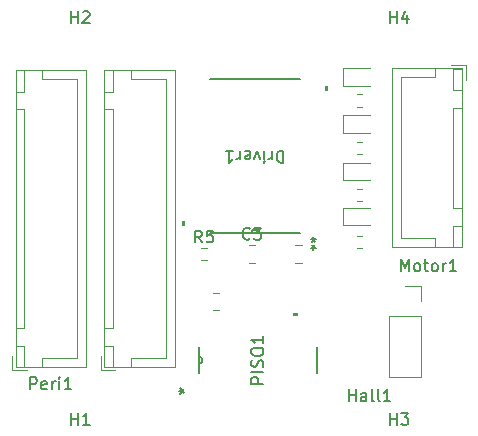
<source format=gto>
%TF.GenerationSoftware,KiCad,Pcbnew,9.0.2*%
%TF.CreationDate,2025-09-02T23:35:07-07:00*%
%TF.ProjectId,driver,64726976-6572-42e6-9b69-6361645f7063,rev?*%
%TF.SameCoordinates,Original*%
%TF.FileFunction,Legend,Top*%
%TF.FilePolarity,Positive*%
%FSLAX46Y46*%
G04 Gerber Fmt 4.6, Leading zero omitted, Abs format (unit mm)*
G04 Created by KiCad (PCBNEW 9.0.2) date 2025-09-02 23:35:07*
%MOMM*%
%LPD*%
G01*
G04 APERTURE LIST*
%ADD10C,0.150000*%
%ADD11C,0.000000*%
%ADD12C,0.152400*%
%ADD13C,0.120000*%
G04 APERTURE END LIST*
D10*
X52009819Y-63976189D02*
X51009819Y-63976189D01*
X51009819Y-63976189D02*
X51009819Y-63595237D01*
X51009819Y-63595237D02*
X51057438Y-63499999D01*
X51057438Y-63499999D02*
X51105057Y-63452380D01*
X51105057Y-63452380D02*
X51200295Y-63404761D01*
X51200295Y-63404761D02*
X51343152Y-63404761D01*
X51343152Y-63404761D02*
X51438390Y-63452380D01*
X51438390Y-63452380D02*
X51486009Y-63499999D01*
X51486009Y-63499999D02*
X51533628Y-63595237D01*
X51533628Y-63595237D02*
X51533628Y-63976189D01*
X52009819Y-62976189D02*
X51009819Y-62976189D01*
X51962200Y-62547618D02*
X52009819Y-62404761D01*
X52009819Y-62404761D02*
X52009819Y-62166666D01*
X52009819Y-62166666D02*
X51962200Y-62071428D01*
X51962200Y-62071428D02*
X51914580Y-62023809D01*
X51914580Y-62023809D02*
X51819342Y-61976190D01*
X51819342Y-61976190D02*
X51724104Y-61976190D01*
X51724104Y-61976190D02*
X51628866Y-62023809D01*
X51628866Y-62023809D02*
X51581247Y-62071428D01*
X51581247Y-62071428D02*
X51533628Y-62166666D01*
X51533628Y-62166666D02*
X51486009Y-62357142D01*
X51486009Y-62357142D02*
X51438390Y-62452380D01*
X51438390Y-62452380D02*
X51390771Y-62499999D01*
X51390771Y-62499999D02*
X51295533Y-62547618D01*
X51295533Y-62547618D02*
X51200295Y-62547618D01*
X51200295Y-62547618D02*
X51105057Y-62499999D01*
X51105057Y-62499999D02*
X51057438Y-62452380D01*
X51057438Y-62452380D02*
X51009819Y-62357142D01*
X51009819Y-62357142D02*
X51009819Y-62119047D01*
X51009819Y-62119047D02*
X51057438Y-61976190D01*
X51009819Y-61357142D02*
X51009819Y-61166666D01*
X51009819Y-61166666D02*
X51057438Y-61071428D01*
X51057438Y-61071428D02*
X51152676Y-60976190D01*
X51152676Y-60976190D02*
X51343152Y-60928571D01*
X51343152Y-60928571D02*
X51676485Y-60928571D01*
X51676485Y-60928571D02*
X51866961Y-60976190D01*
X51866961Y-60976190D02*
X51962200Y-61071428D01*
X51962200Y-61071428D02*
X52009819Y-61166666D01*
X52009819Y-61166666D02*
X52009819Y-61357142D01*
X52009819Y-61357142D02*
X51962200Y-61452380D01*
X51962200Y-61452380D02*
X51866961Y-61547618D01*
X51866961Y-61547618D02*
X51676485Y-61595237D01*
X51676485Y-61595237D02*
X51343152Y-61595237D01*
X51343152Y-61595237D02*
X51152676Y-61547618D01*
X51152676Y-61547618D02*
X51057438Y-61452380D01*
X51057438Y-61452380D02*
X51009819Y-61357142D01*
X52009819Y-59976190D02*
X52009819Y-60547618D01*
X52009819Y-60261904D02*
X51009819Y-60261904D01*
X51009819Y-60261904D02*
X51152676Y-60357142D01*
X51152676Y-60357142D02*
X51247914Y-60452380D01*
X51247914Y-60452380D02*
X51295533Y-60547618D01*
X44863019Y-64616199D02*
X45101114Y-64616199D01*
X45005876Y-64854294D02*
X45101114Y-64616199D01*
X45101114Y-64616199D02*
X45005876Y-64378104D01*
X45291590Y-64759056D02*
X45101114Y-64616199D01*
X45101114Y-64616199D02*
X45291590Y-64473342D01*
X44863019Y-64616199D02*
X45101114Y-64616199D01*
X45005876Y-64854294D02*
X45101114Y-64616199D01*
X45101114Y-64616199D02*
X45005876Y-64378104D01*
X45291590Y-64759056D02*
X45101114Y-64616199D01*
X45101114Y-64616199D02*
X45291590Y-64473342D01*
X53718461Y-44260180D02*
X53718461Y-45260180D01*
X53718461Y-45260180D02*
X53480366Y-45260180D01*
X53480366Y-45260180D02*
X53337509Y-45212561D01*
X53337509Y-45212561D02*
X53242271Y-45117323D01*
X53242271Y-45117323D02*
X53194652Y-45022085D01*
X53194652Y-45022085D02*
X53147033Y-44831609D01*
X53147033Y-44831609D02*
X53147033Y-44688752D01*
X53147033Y-44688752D02*
X53194652Y-44498276D01*
X53194652Y-44498276D02*
X53242271Y-44403038D01*
X53242271Y-44403038D02*
X53337509Y-44307800D01*
X53337509Y-44307800D02*
X53480366Y-44260180D01*
X53480366Y-44260180D02*
X53718461Y-44260180D01*
X52718461Y-44260180D02*
X52718461Y-44926847D01*
X52718461Y-44736371D02*
X52670842Y-44831609D01*
X52670842Y-44831609D02*
X52623223Y-44879228D01*
X52623223Y-44879228D02*
X52527985Y-44926847D01*
X52527985Y-44926847D02*
X52432747Y-44926847D01*
X52099413Y-44260180D02*
X52099413Y-44926847D01*
X52099413Y-45260180D02*
X52147032Y-45212561D01*
X52147032Y-45212561D02*
X52099413Y-45164942D01*
X52099413Y-45164942D02*
X52051794Y-45212561D01*
X52051794Y-45212561D02*
X52099413Y-45260180D01*
X52099413Y-45260180D02*
X52099413Y-45164942D01*
X51718461Y-44926847D02*
X51480366Y-44260180D01*
X51480366Y-44260180D02*
X51242271Y-44926847D01*
X50480366Y-44307800D02*
X50575604Y-44260180D01*
X50575604Y-44260180D02*
X50766080Y-44260180D01*
X50766080Y-44260180D02*
X50861318Y-44307800D01*
X50861318Y-44307800D02*
X50908937Y-44403038D01*
X50908937Y-44403038D02*
X50908937Y-44783990D01*
X50908937Y-44783990D02*
X50861318Y-44879228D01*
X50861318Y-44879228D02*
X50766080Y-44926847D01*
X50766080Y-44926847D02*
X50575604Y-44926847D01*
X50575604Y-44926847D02*
X50480366Y-44879228D01*
X50480366Y-44879228D02*
X50432747Y-44783990D01*
X50432747Y-44783990D02*
X50432747Y-44688752D01*
X50432747Y-44688752D02*
X50908937Y-44593514D01*
X50004175Y-44260180D02*
X50004175Y-44926847D01*
X50004175Y-44736371D02*
X49956556Y-44831609D01*
X49956556Y-44831609D02*
X49908937Y-44879228D01*
X49908937Y-44879228D02*
X49813699Y-44926847D01*
X49813699Y-44926847D02*
X49718461Y-44926847D01*
X48861318Y-44260180D02*
X49432746Y-44260180D01*
X49147032Y-44260180D02*
X49147032Y-45260180D01*
X49147032Y-45260180D02*
X49242270Y-45117323D01*
X49242270Y-45117323D02*
X49337508Y-45022085D01*
X49337508Y-45022085D02*
X49432746Y-44974466D01*
X56254000Y-51586619D02*
X56254000Y-51824714D01*
X56015905Y-51729476D02*
X56254000Y-51824714D01*
X56254000Y-51824714D02*
X56492095Y-51729476D01*
X56111143Y-52015190D02*
X56254000Y-51824714D01*
X56254000Y-51824714D02*
X56396857Y-52015190D01*
X56253999Y-52676980D02*
X56253999Y-52438885D01*
X56492094Y-52534123D02*
X56253999Y-52438885D01*
X56253999Y-52438885D02*
X56015904Y-52534123D01*
X56396856Y-52248409D02*
X56253999Y-52438885D01*
X56253999Y-52438885D02*
X56111142Y-52248409D01*
X50883333Y-51679580D02*
X50835714Y-51727200D01*
X50835714Y-51727200D02*
X50692857Y-51774819D01*
X50692857Y-51774819D02*
X50597619Y-51774819D01*
X50597619Y-51774819D02*
X50454762Y-51727200D01*
X50454762Y-51727200D02*
X50359524Y-51631961D01*
X50359524Y-51631961D02*
X50311905Y-51536723D01*
X50311905Y-51536723D02*
X50264286Y-51346247D01*
X50264286Y-51346247D02*
X50264286Y-51203390D01*
X50264286Y-51203390D02*
X50311905Y-51012914D01*
X50311905Y-51012914D02*
X50359524Y-50917676D01*
X50359524Y-50917676D02*
X50454762Y-50822438D01*
X50454762Y-50822438D02*
X50597619Y-50774819D01*
X50597619Y-50774819D02*
X50692857Y-50774819D01*
X50692857Y-50774819D02*
X50835714Y-50822438D01*
X50835714Y-50822438D02*
X50883333Y-50870057D01*
X51216667Y-50774819D02*
X51835714Y-50774819D01*
X51835714Y-50774819D02*
X51502381Y-51155771D01*
X51502381Y-51155771D02*
X51645238Y-51155771D01*
X51645238Y-51155771D02*
X51740476Y-51203390D01*
X51740476Y-51203390D02*
X51788095Y-51251009D01*
X51788095Y-51251009D02*
X51835714Y-51346247D01*
X51835714Y-51346247D02*
X51835714Y-51584342D01*
X51835714Y-51584342D02*
X51788095Y-51679580D01*
X51788095Y-51679580D02*
X51740476Y-51727200D01*
X51740476Y-51727200D02*
X51645238Y-51774819D01*
X51645238Y-51774819D02*
X51359524Y-51774819D01*
X51359524Y-51774819D02*
X51264286Y-51727200D01*
X51264286Y-51727200D02*
X51216667Y-51679580D01*
X63690476Y-54454819D02*
X63690476Y-53454819D01*
X63690476Y-53454819D02*
X64023809Y-54169104D01*
X64023809Y-54169104D02*
X64357142Y-53454819D01*
X64357142Y-53454819D02*
X64357142Y-54454819D01*
X64976190Y-54454819D02*
X64880952Y-54407200D01*
X64880952Y-54407200D02*
X64833333Y-54359580D01*
X64833333Y-54359580D02*
X64785714Y-54264342D01*
X64785714Y-54264342D02*
X64785714Y-53978628D01*
X64785714Y-53978628D02*
X64833333Y-53883390D01*
X64833333Y-53883390D02*
X64880952Y-53835771D01*
X64880952Y-53835771D02*
X64976190Y-53788152D01*
X64976190Y-53788152D02*
X65119047Y-53788152D01*
X65119047Y-53788152D02*
X65214285Y-53835771D01*
X65214285Y-53835771D02*
X65261904Y-53883390D01*
X65261904Y-53883390D02*
X65309523Y-53978628D01*
X65309523Y-53978628D02*
X65309523Y-54264342D01*
X65309523Y-54264342D02*
X65261904Y-54359580D01*
X65261904Y-54359580D02*
X65214285Y-54407200D01*
X65214285Y-54407200D02*
X65119047Y-54454819D01*
X65119047Y-54454819D02*
X64976190Y-54454819D01*
X65595238Y-53788152D02*
X65976190Y-53788152D01*
X65738095Y-53454819D02*
X65738095Y-54311961D01*
X65738095Y-54311961D02*
X65785714Y-54407200D01*
X65785714Y-54407200D02*
X65880952Y-54454819D01*
X65880952Y-54454819D02*
X65976190Y-54454819D01*
X66452381Y-54454819D02*
X66357143Y-54407200D01*
X66357143Y-54407200D02*
X66309524Y-54359580D01*
X66309524Y-54359580D02*
X66261905Y-54264342D01*
X66261905Y-54264342D02*
X66261905Y-53978628D01*
X66261905Y-53978628D02*
X66309524Y-53883390D01*
X66309524Y-53883390D02*
X66357143Y-53835771D01*
X66357143Y-53835771D02*
X66452381Y-53788152D01*
X66452381Y-53788152D02*
X66595238Y-53788152D01*
X66595238Y-53788152D02*
X66690476Y-53835771D01*
X66690476Y-53835771D02*
X66738095Y-53883390D01*
X66738095Y-53883390D02*
X66785714Y-53978628D01*
X66785714Y-53978628D02*
X66785714Y-54264342D01*
X66785714Y-54264342D02*
X66738095Y-54359580D01*
X66738095Y-54359580D02*
X66690476Y-54407200D01*
X66690476Y-54407200D02*
X66595238Y-54454819D01*
X66595238Y-54454819D02*
X66452381Y-54454819D01*
X67214286Y-54454819D02*
X67214286Y-53788152D01*
X67214286Y-53978628D02*
X67261905Y-53883390D01*
X67261905Y-53883390D02*
X67309524Y-53835771D01*
X67309524Y-53835771D02*
X67404762Y-53788152D01*
X67404762Y-53788152D02*
X67500000Y-53788152D01*
X68357143Y-54454819D02*
X67785715Y-54454819D01*
X68071429Y-54454819D02*
X68071429Y-53454819D01*
X68071429Y-53454819D02*
X67976191Y-53597676D01*
X67976191Y-53597676D02*
X67880953Y-53692914D01*
X67880953Y-53692914D02*
X67785715Y-53740533D01*
X59261904Y-65454819D02*
X59261904Y-64454819D01*
X59261904Y-64931009D02*
X59833332Y-64931009D01*
X59833332Y-65454819D02*
X59833332Y-64454819D01*
X60738094Y-65454819D02*
X60738094Y-64931009D01*
X60738094Y-64931009D02*
X60690475Y-64835771D01*
X60690475Y-64835771D02*
X60595237Y-64788152D01*
X60595237Y-64788152D02*
X60404761Y-64788152D01*
X60404761Y-64788152D02*
X60309523Y-64835771D01*
X60738094Y-65407200D02*
X60642856Y-65454819D01*
X60642856Y-65454819D02*
X60404761Y-65454819D01*
X60404761Y-65454819D02*
X60309523Y-65407200D01*
X60309523Y-65407200D02*
X60261904Y-65311961D01*
X60261904Y-65311961D02*
X60261904Y-65216723D01*
X60261904Y-65216723D02*
X60309523Y-65121485D01*
X60309523Y-65121485D02*
X60404761Y-65073866D01*
X60404761Y-65073866D02*
X60642856Y-65073866D01*
X60642856Y-65073866D02*
X60738094Y-65026247D01*
X61357142Y-65454819D02*
X61261904Y-65407200D01*
X61261904Y-65407200D02*
X61214285Y-65311961D01*
X61214285Y-65311961D02*
X61214285Y-64454819D01*
X61880952Y-65454819D02*
X61785714Y-65407200D01*
X61785714Y-65407200D02*
X61738095Y-65311961D01*
X61738095Y-65311961D02*
X61738095Y-64454819D01*
X62785714Y-65454819D02*
X62214286Y-65454819D01*
X62500000Y-65454819D02*
X62500000Y-64454819D01*
X62500000Y-64454819D02*
X62404762Y-64597676D01*
X62404762Y-64597676D02*
X62309524Y-64692914D01*
X62309524Y-64692914D02*
X62214286Y-64740533D01*
X62738095Y-33454819D02*
X62738095Y-32454819D01*
X62738095Y-32931009D02*
X63309523Y-32931009D01*
X63309523Y-33454819D02*
X63309523Y-32454819D01*
X64214285Y-32788152D02*
X64214285Y-33454819D01*
X63976190Y-32407200D02*
X63738095Y-33121485D01*
X63738095Y-33121485D02*
X64357142Y-33121485D01*
X62738095Y-67454819D02*
X62738095Y-66454819D01*
X62738095Y-66931009D02*
X63309523Y-66931009D01*
X63309523Y-67454819D02*
X63309523Y-66454819D01*
X63690476Y-66454819D02*
X64309523Y-66454819D01*
X64309523Y-66454819D02*
X63976190Y-66835771D01*
X63976190Y-66835771D02*
X64119047Y-66835771D01*
X64119047Y-66835771D02*
X64214285Y-66883390D01*
X64214285Y-66883390D02*
X64261904Y-66931009D01*
X64261904Y-66931009D02*
X64309523Y-67026247D01*
X64309523Y-67026247D02*
X64309523Y-67264342D01*
X64309523Y-67264342D02*
X64261904Y-67359580D01*
X64261904Y-67359580D02*
X64214285Y-67407200D01*
X64214285Y-67407200D02*
X64119047Y-67454819D01*
X64119047Y-67454819D02*
X63833333Y-67454819D01*
X63833333Y-67454819D02*
X63738095Y-67407200D01*
X63738095Y-67407200D02*
X63690476Y-67359580D01*
X35738095Y-67454819D02*
X35738095Y-66454819D01*
X35738095Y-66931009D02*
X36309523Y-66931009D01*
X36309523Y-67454819D02*
X36309523Y-66454819D01*
X37309523Y-67454819D02*
X36738095Y-67454819D01*
X37023809Y-67454819D02*
X37023809Y-66454819D01*
X37023809Y-66454819D02*
X36928571Y-66597676D01*
X36928571Y-66597676D02*
X36833333Y-66692914D01*
X36833333Y-66692914D02*
X36738095Y-66740533D01*
X35738095Y-33454819D02*
X35738095Y-32454819D01*
X35738095Y-32931009D02*
X36309523Y-32931009D01*
X36309523Y-33454819D02*
X36309523Y-32454819D01*
X36738095Y-32550057D02*
X36785714Y-32502438D01*
X36785714Y-32502438D02*
X36880952Y-32454819D01*
X36880952Y-32454819D02*
X37119047Y-32454819D01*
X37119047Y-32454819D02*
X37214285Y-32502438D01*
X37214285Y-32502438D02*
X37261904Y-32550057D01*
X37261904Y-32550057D02*
X37309523Y-32645295D01*
X37309523Y-32645295D02*
X37309523Y-32740533D01*
X37309523Y-32740533D02*
X37261904Y-32883390D01*
X37261904Y-32883390D02*
X36690476Y-33454819D01*
X36690476Y-33454819D02*
X37309523Y-33454819D01*
X32285714Y-64454819D02*
X32285714Y-63454819D01*
X32285714Y-63454819D02*
X32666666Y-63454819D01*
X32666666Y-63454819D02*
X32761904Y-63502438D01*
X32761904Y-63502438D02*
X32809523Y-63550057D01*
X32809523Y-63550057D02*
X32857142Y-63645295D01*
X32857142Y-63645295D02*
X32857142Y-63788152D01*
X32857142Y-63788152D02*
X32809523Y-63883390D01*
X32809523Y-63883390D02*
X32761904Y-63931009D01*
X32761904Y-63931009D02*
X32666666Y-63978628D01*
X32666666Y-63978628D02*
X32285714Y-63978628D01*
X33666666Y-64407200D02*
X33571428Y-64454819D01*
X33571428Y-64454819D02*
X33380952Y-64454819D01*
X33380952Y-64454819D02*
X33285714Y-64407200D01*
X33285714Y-64407200D02*
X33238095Y-64311961D01*
X33238095Y-64311961D02*
X33238095Y-63931009D01*
X33238095Y-63931009D02*
X33285714Y-63835771D01*
X33285714Y-63835771D02*
X33380952Y-63788152D01*
X33380952Y-63788152D02*
X33571428Y-63788152D01*
X33571428Y-63788152D02*
X33666666Y-63835771D01*
X33666666Y-63835771D02*
X33714285Y-63931009D01*
X33714285Y-63931009D02*
X33714285Y-64026247D01*
X33714285Y-64026247D02*
X33238095Y-64121485D01*
X34142857Y-64454819D02*
X34142857Y-63788152D01*
X34142857Y-63978628D02*
X34190476Y-63883390D01*
X34190476Y-63883390D02*
X34238095Y-63835771D01*
X34238095Y-63835771D02*
X34333333Y-63788152D01*
X34333333Y-63788152D02*
X34428571Y-63788152D01*
X34761905Y-64454819D02*
X34761905Y-63788152D01*
X34761905Y-63454819D02*
X34714286Y-63502438D01*
X34714286Y-63502438D02*
X34761905Y-63550057D01*
X34761905Y-63550057D02*
X34809524Y-63502438D01*
X34809524Y-63502438D02*
X34761905Y-63454819D01*
X34761905Y-63454819D02*
X34761905Y-63550057D01*
X35761904Y-64454819D02*
X35190476Y-64454819D01*
X35476190Y-64454819D02*
X35476190Y-63454819D01*
X35476190Y-63454819D02*
X35380952Y-63597676D01*
X35380952Y-63597676D02*
X35285714Y-63692914D01*
X35285714Y-63692914D02*
X35190476Y-63740533D01*
X46833333Y-52024819D02*
X46500000Y-51548628D01*
X46261905Y-52024819D02*
X46261905Y-51024819D01*
X46261905Y-51024819D02*
X46642857Y-51024819D01*
X46642857Y-51024819D02*
X46738095Y-51072438D01*
X46738095Y-51072438D02*
X46785714Y-51120057D01*
X46785714Y-51120057D02*
X46833333Y-51215295D01*
X46833333Y-51215295D02*
X46833333Y-51358152D01*
X46833333Y-51358152D02*
X46785714Y-51453390D01*
X46785714Y-51453390D02*
X46738095Y-51501009D01*
X46738095Y-51501009D02*
X46642857Y-51548628D01*
X46642857Y-51548628D02*
X46261905Y-51548628D01*
X47738095Y-51024819D02*
X47261905Y-51024819D01*
X47261905Y-51024819D02*
X47214286Y-51501009D01*
X47214286Y-51501009D02*
X47261905Y-51453390D01*
X47261905Y-51453390D02*
X47357143Y-51405771D01*
X47357143Y-51405771D02*
X47595238Y-51405771D01*
X47595238Y-51405771D02*
X47690476Y-51453390D01*
X47690476Y-51453390D02*
X47738095Y-51501009D01*
X47738095Y-51501009D02*
X47785714Y-51596247D01*
X47785714Y-51596247D02*
X47785714Y-51834342D01*
X47785714Y-51834342D02*
X47738095Y-51929580D01*
X47738095Y-51929580D02*
X47690476Y-51977200D01*
X47690476Y-51977200D02*
X47595238Y-52024819D01*
X47595238Y-52024819D02*
X47357143Y-52024819D01*
X47357143Y-52024819D02*
X47261905Y-51977200D01*
X47261905Y-51977200D02*
X47214286Y-51929580D01*
D11*
%TO.C,PISO1*%
G36*
X54920500Y-58291600D02*
G01*
X54539500Y-58291600D01*
X54539500Y-58037600D01*
X54920500Y-58037600D01*
X54920500Y-58291600D01*
G37*
D12*
X56558800Y-63089303D02*
X56558800Y-60910697D01*
X46551200Y-60910697D02*
X46551200Y-63089303D01*
X46551200Y-61695200D02*
G75*
G02*
X46551200Y-62304800I0J-304800D01*
G01*
D11*
%TO.C,Driver1*%
G36*
X57498600Y-39190500D02*
G01*
X57244600Y-39190500D01*
X57244600Y-38809500D01*
X57498600Y-38809500D01*
X57498600Y-39190500D01*
G37*
G36*
X45382800Y-50620500D02*
G01*
X45128800Y-50620500D01*
X45128800Y-50239500D01*
X45382800Y-50239500D01*
X45382800Y-50620500D01*
G37*
D12*
X55111000Y-38212600D02*
X47516400Y-38212600D01*
X47516400Y-51217400D02*
X55111000Y-51217400D01*
X51008900Y-51217400D02*
G75*
G02*
X51618500Y-51217400I304800J0D01*
G01*
D13*
%TO.C,C3*%
X50788748Y-52265000D02*
X51311252Y-52265000D01*
X50788748Y-53735000D02*
X51311252Y-53735000D01*
%TO.C,R4*%
X59937742Y-51477500D02*
X60412258Y-51477500D01*
X59937742Y-52522500D02*
X60412258Y-52522500D01*
%TO.C,R3*%
X59937742Y-47477500D02*
X60412258Y-47477500D01*
X59937742Y-48522500D02*
X60412258Y-48522500D01*
%TO.C,D1*%
X58727500Y-37265000D02*
X58727500Y-38735000D01*
X58727500Y-38735000D02*
X61012500Y-38735000D01*
X61012500Y-37265000D02*
X58727500Y-37265000D01*
%TO.C,Motor1*%
X62888240Y-37289000D02*
X62888240Y-52409000D01*
X62888240Y-52409000D02*
X68858240Y-52409000D01*
X63648240Y-38049000D02*
X63648240Y-44849000D01*
X63648240Y-51649000D02*
X63648240Y-44849000D01*
X66598240Y-37299000D02*
X66598240Y-38049000D01*
X66598240Y-38049000D02*
X63648240Y-38049000D01*
X66598240Y-51649000D02*
X63648240Y-51649000D01*
X66598240Y-52399000D02*
X66598240Y-51649000D01*
X68098240Y-37299000D02*
X68098240Y-39099000D01*
X68098240Y-39099000D02*
X68848240Y-39099000D01*
X68098240Y-40599000D02*
X68098240Y-49099000D01*
X68098240Y-49099000D02*
X68848240Y-49099000D01*
X68098240Y-50599000D02*
X68098240Y-52399000D01*
X68098240Y-52399000D02*
X68848240Y-52399000D01*
X68848240Y-37299000D02*
X68098240Y-37299000D01*
X68848240Y-39099000D02*
X68848240Y-37299000D01*
X68848240Y-40599000D02*
X68098240Y-40599000D01*
X68848240Y-49099000D02*
X68848240Y-40599000D01*
X68848240Y-50599000D02*
X68098240Y-50599000D01*
X68848240Y-52399000D02*
X68848240Y-50599000D01*
X68858240Y-37289000D02*
X62888240Y-37289000D01*
X68858240Y-52409000D02*
X68858240Y-37289000D01*
X69148240Y-36999000D02*
X67898240Y-36999000D01*
X69148240Y-38249000D02*
X69148240Y-36999000D01*
%TO.C,Hall1*%
X62670000Y-58270000D02*
X62670000Y-63410000D01*
X62670000Y-58270000D02*
X65330000Y-58270000D01*
X62670000Y-63410000D02*
X65330000Y-63410000D01*
X64000000Y-55670000D02*
X65330000Y-55670000D01*
X65330000Y-55670000D02*
X65330000Y-57000000D01*
X65330000Y-58270000D02*
X65330000Y-63410000D01*
%TO.C,C2*%
X47738748Y-56265000D02*
X48261252Y-56265000D01*
X47738748Y-57735000D02*
X48261252Y-57735000D01*
%TO.C,D2*%
X58727500Y-41265000D02*
X58727500Y-42735000D01*
X58727500Y-42735000D02*
X61012500Y-42735000D01*
X61012500Y-41265000D02*
X58727500Y-41265000D01*
%TO.C,D3*%
X58727500Y-45265000D02*
X58727500Y-46735000D01*
X58727500Y-46735000D02*
X61012500Y-46735000D01*
X61012500Y-45265000D02*
X58727500Y-45265000D01*
%TO.C,R2*%
X59937742Y-43477500D02*
X60412258Y-43477500D01*
X59937742Y-44522500D02*
X60412258Y-44522500D01*
%TO.C,Peri1*%
X30750000Y-61600000D02*
X30750000Y-62850000D01*
X30750000Y-62850000D02*
X32000000Y-62850000D01*
X31040000Y-37440000D02*
X31040000Y-62560000D01*
X31040000Y-62560000D02*
X37010000Y-62560000D01*
X31050000Y-37450000D02*
X31050000Y-39250000D01*
X31050000Y-39250000D02*
X31800000Y-39250000D01*
X31050000Y-40750000D02*
X31050000Y-59250000D01*
X31050000Y-59250000D02*
X31800000Y-59250000D01*
X31050000Y-60750000D02*
X31050000Y-62550000D01*
X31050000Y-62550000D02*
X31800000Y-62550000D01*
X31800000Y-37450000D02*
X31050000Y-37450000D01*
X31800000Y-39250000D02*
X31800000Y-37450000D01*
X31800000Y-40750000D02*
X31050000Y-40750000D01*
X31800000Y-59250000D02*
X31800000Y-40750000D01*
X31800000Y-60750000D02*
X31050000Y-60750000D01*
X31800000Y-62550000D02*
X31800000Y-60750000D01*
X33300000Y-37450000D02*
X33300000Y-38200000D01*
X33300000Y-38200000D02*
X36250000Y-38200000D01*
X33300000Y-61800000D02*
X36250000Y-61800000D01*
X33300000Y-62550000D02*
X33300000Y-61800000D01*
X36250000Y-38200000D02*
X36250000Y-50000000D01*
X36250000Y-61800000D02*
X36250000Y-50000000D01*
X37010000Y-37440000D02*
X31040000Y-37440000D01*
X37010000Y-62560000D02*
X37010000Y-37440000D01*
%TO.C,C1*%
X55261252Y-52265000D02*
X54738748Y-52265000D01*
X55261252Y-53735000D02*
X54738748Y-53735000D01*
%TO.C,D4*%
X58727500Y-49114000D02*
X58727500Y-50584000D01*
X58727500Y-50584000D02*
X61012500Y-50584000D01*
X61012500Y-49114000D02*
X58727500Y-49114000D01*
%TO.C,Ctrl1*%
X38250000Y-61600000D02*
X38250000Y-62850000D01*
X38250000Y-62850000D02*
X39500000Y-62850000D01*
X38540000Y-37440000D02*
X38540000Y-62560000D01*
X38540000Y-62560000D02*
X44510000Y-62560000D01*
X38550000Y-37450000D02*
X38550000Y-39250000D01*
X38550000Y-39250000D02*
X39300000Y-39250000D01*
X38550000Y-40750000D02*
X38550000Y-59250000D01*
X38550000Y-59250000D02*
X39300000Y-59250000D01*
X38550000Y-60750000D02*
X38550000Y-62550000D01*
X38550000Y-62550000D02*
X39300000Y-62550000D01*
X39300000Y-37450000D02*
X38550000Y-37450000D01*
X39300000Y-39250000D02*
X39300000Y-37450000D01*
X39300000Y-40750000D02*
X38550000Y-40750000D01*
X39300000Y-59250000D02*
X39300000Y-40750000D01*
X39300000Y-60750000D02*
X38550000Y-60750000D01*
X39300000Y-62550000D02*
X39300000Y-60750000D01*
X40800000Y-37450000D02*
X40800000Y-38200000D01*
X40800000Y-38200000D02*
X43750000Y-38200000D01*
X40800000Y-61800000D02*
X43750000Y-61800000D01*
X40800000Y-62550000D02*
X40800000Y-61800000D01*
X43750000Y-38200000D02*
X43750000Y-50000000D01*
X43750000Y-61800000D02*
X43750000Y-50000000D01*
X44510000Y-37440000D02*
X38540000Y-37440000D01*
X44510000Y-62560000D02*
X44510000Y-37440000D01*
%TO.C,R5*%
X46762742Y-52477500D02*
X47237258Y-52477500D01*
X46762742Y-53522500D02*
X47237258Y-53522500D01*
%TO.C,R1*%
X59937742Y-39477500D02*
X60412258Y-39477500D01*
X59937742Y-40522500D02*
X60412258Y-40522500D01*
%TD*%
M02*

</source>
